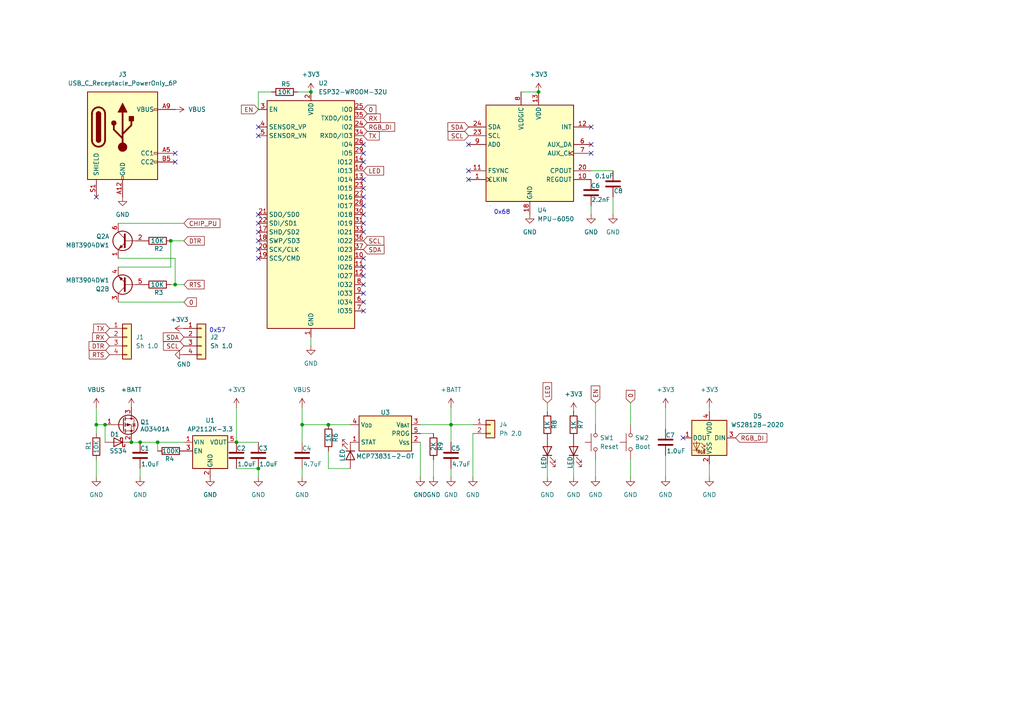
<source format=kicad_sch>
(kicad_sch (version 20231120) (generator "eeschema") (generator_version "8.0")
  (paper "A4")
  (lib_symbols
    (symbol "Battery_Management:MCP73831-5-OT"
      (property "Reference" "U4" (at 5.4962 -15.24 90))
      (property "Value" "MCP73831-5-OT" (at 2.9562 -15.24 90))
      (symbol "MCP73831-5-OT_0_1"
        (rectangle (start -7.62 5.08) (end 7.62 -5.08) (stroke (width 0.254)) (fill (type background)))
      )
      (symbol "MCP73831-5-OT_1_1"
        (pin tri_state line (at -10.16 -2.54 0) (length 2.54) (name "STAT") (number "1"))
        (pin power_in line (at 10.16 -2.54 180) (length 2.54) (name "V_{SS}") (number "2"))
        (pin power_out line (at 10.16 2.54 180) (length 2.54) (name "V_{BAT}") (number "3"))
        (pin power_in line (at -10.16 2.54 0) (length 2.54) (name "V_{DD}") (number "4"))
        (pin input line (at 10.16 0 180) (length 2.54) (name "PROG") (number "5"))
      )
    )
    (symbol "Connector:USB_C_Receptacle_PowerOnly_6P" (pin_names (offset 1.016))
      (property "Reference" "J" (at 0 16.51 0))
      (property "Value" "USB_C_Receptacle_PowerOnly_6P" (at 0 13.97 0))
      (symbol "USB_C_Receptacle_PowerOnly_6P_0_0"
        (rectangle (start -0.254 -12.7) (end 0.254 -11.684))
        (rectangle (start 10.16 -7.366) (end 9.144 -7.874))
        (rectangle (start 10.16 -4.826) (end 9.144 -5.334))
        (rectangle (start 10.16 7.874) (end 9.144 7.366))
      )
      (symbol "USB_C_Receptacle_PowerOnly_6P_0_1"
        (rectangle (start -10.16 12.7) (end 10.16 -12.7) (stroke (width 0.254)) (fill (type background)))
        (arc (start -8.89 -1.27) (mid -6.985 -3.1667) (end -5.08 -1.27) (stroke (width 0.508)))
        (arc (start -7.62 -1.27) (mid -6.985 -1.9023) (end -6.35 -1.27) (stroke (width 0.254)))
        (arc (start -7.62 -1.27) (mid -6.985 -1.9023) (end -6.35 -1.27) (stroke (width 0.254)) (fill (type outline)))
        (rectangle (start -7.62 -1.27) (end -6.35 6.35) (stroke (width 0.254)) (fill (type outline)))
        (arc (start -6.35 6.35) (mid -6.985 6.9823) (end -7.62 6.35) (stroke (width 0.254)))
        (arc (start -6.35 6.35) (mid -6.985 6.9823) (end -7.62 6.35) (stroke (width 0.254)) (fill (type outline)))
        (arc (start -5.08 6.35) (mid -6.985 8.2467) (end -8.89 6.35) (stroke (width 0.508)))
        (circle (center -2.54 3.683) (radius 0.635) (stroke (width 0.254)) (fill (type outline)))
        (circle (center 0 -3.302) (radius 1.27) (fill (type outline)))
        (polyline (pts (xy -8.89 -1.27) (xy -8.89 6.35)) (stroke (width 0.508)))
        (polyline (pts (xy -5.08 6.35) (xy -5.08 -1.27)) (stroke (width 0.508)))
        (polyline (pts (xy 0 -3.302) (xy 0 6.858)) (stroke (width 0.508)))
        (polyline (pts (xy 0 -0.762) (xy -2.54 1.778) (xy -2.54 3.048)) (stroke (width 0.508)))
        (polyline (pts (xy 0 0.508) (xy 2.54 3.048) (xy 2.54 4.318)) (stroke (width 0.508)))
        (polyline (pts (xy -1.27 6.858) (xy 0 9.398) (xy 1.27 6.858) (xy -1.27 6.858)) (stroke (width 0.254)) (fill (type outline)))
        (rectangle (start 1.905 4.318) (end 3.175 5.588) (stroke (width 0.254)) (fill (type outline)))
      )
      (symbol "USB_C_Receptacle_PowerOnly_6P_1_1"
        (pin passive line (at 0 -17.78 90) (length 5.08) (name "GND") (number "A12"))
        (pin bidirectional line (at 15.24 -5.08 180) (length 5.08) (name "CC1") (number "A5"))
        (pin passive line (at 15.24 7.62 180) (length 5.08) (name "VBUS") (number "A9"))
        (pin passive line (at 0 -17.78 90) (length 5.08) hide (name "GND") (number "B12"))
        (pin bidirectional line (at 15.24 -7.62 180) (length 5.08) (name "CC2") (number "B5"))
        (pin passive line (at 15.24 7.62 180) (length 5.08) hide (name "VBUS") (number "B9"))
        (pin passive line (at -7.62 -17.78 90) (length 5.08) (name "SHIELD") (number "S1"))
      )
    )
    (symbol "Connector_Generic:Conn_01x02" (pin_names (offset 1.016) hide)
      (property "Reference" "J" (at 0 2.54 0))
      (property "Value" "Conn_01x02" (at 0 -5.08 0))
      (symbol "Conn_01x02_1_1"
        (rectangle (start -1.27 -2.413) (end 0 -2.667) (stroke (width 0.1524)))
        (rectangle (start -1.27 0.127) (end 0 -0.127) (stroke (width 0.1524)))
        (rectangle (start -1.27 1.27) (end 1.27 -3.81) (stroke (width 0.254)) (fill (type background)))
        (pin passive line (at -5.08 0 0) (length 3.81) (name "Pin_1") (number "1"))
        (pin passive line (at -5.08 -2.54 0) (length 3.81) (name "Pin_2") (number "2"))
      )
    )
    (symbol "Connector_Generic:Conn_01x04" (pin_names (offset 1.016) hide)
      (property "Reference" "J" (at 0 5.08 0))
      (property "Value" "Conn_01x04" (at 0 -7.62 0))
      (symbol "Conn_01x04_1_1"
        (rectangle (start -1.27 -4.953) (end 0 -5.207) (stroke (width 0.1524)))
        (rectangle (start -1.27 -2.413) (end 0 -2.667) (stroke (width 0.1524)))
        (rectangle (start -1.27 0.127) (end 0 -0.127) (stroke (width 0.1524)))
        (rectangle (start -1.27 2.667) (end 0 2.413) (stroke (width 0.1524)))
        (rectangle (start -1.27 3.81) (end 1.27 -6.35) (stroke (width 0.254)) (fill (type background)))
        (pin passive line (at -5.08 2.54 0) (length 3.81) (name "Pin_1") (number "1"))
        (pin passive line (at -5.08 0 0) (length 3.81) (name "Pin_2") (number "2"))
        (pin passive line (at -5.08 -2.54 0) (length 3.81) (name "Pin_3") (number "3"))
        (pin passive line (at -5.08 -5.08 0) (length 3.81) (name "Pin_4") (number "4"))
      )
    )
    (symbol "Device:C" (pin_numbers hide) (pin_names (offset 0.254))
      (property "Reference" "C" (at 0.635 2.54 0))
      (property "Value" "C" (at 0.635 -2.54 0))
      (symbol "C_0_1"
        (polyline (pts (xy -2.032 -0.762) (xy 2.032 -0.762)) (stroke (width 0.508)))
        (polyline (pts (xy -2.032 0.762) (xy 2.032 0.762)) (stroke (width 0.508)))
      )
      (symbol "C_1_1"
        (pin passive line (at 0 3.81 270) (length 2.794) (name "~") (number "1"))
        (pin passive line (at 0 -3.81 90) (length 2.794) (name "~") (number "2"))
      )
    )
    (symbol "Device:LED" (pin_numbers hide) (pin_names (offset 1.016) hide)
      (property "Reference" "D" (at 0 2.54 0))
      (property "Value" "LED" (at 0 -2.54 0))
      (symbol "LED_0_1"
        (polyline (pts (xy -1.27 -1.27) (xy -1.27 1.27)) (stroke (width 0.254)))
        (polyline (pts (xy -1.27 0) (xy 1.27 0)))
        (polyline (pts (xy 1.27 -1.27) (xy 1.27 1.27) (xy -1.27 0) (xy 1.27 -1.27)) (stroke (width 0.254)))
        (polyline (pts (xy -3.048 -0.762) (xy -4.572 -2.286) (xy -3.81 -2.286) (xy -4.572 -2.286) (xy -4.572 -1.524)))
        (polyline (pts (xy -1.778 -0.762) (xy -3.302 -2.286) (xy -2.54 -2.286) (xy -3.302 -2.286) (xy -3.302 -1.524)))
      )
      (symbol "LED_1_1"
        (pin passive line (at -3.81 0 0) (length 2.54) (name "K") (number "1"))
        (pin passive line (at 3.81 0 180) (length 2.54) (name "A") (number "2"))
      )
    )
    (symbol "Device:R" (pin_numbers hide) (pin_names (offset 0))
      (property "Reference" "R" (at 2.032 0 90))
      (property "Value" "R" (at 0 0 90))
      (symbol "R_0_1"
        (rectangle (start -1.016 -2.54) (end 1.016 2.54) (stroke (width 0.254)))
      )
      (symbol "R_1_1"
        (pin passive line (at 0 3.81 270) (length 1.27) (name "~") (number "1"))
        (pin passive line (at 0 -3.81 90) (length 1.27) (name "~") (number "2"))
      )
    )
    (symbol "Diode:SS34" (pin_numbers hide) (pin_names (offset 1.016) hide)
      (property "Reference" "D" (at 0 2.54 0))
      (property "Value" "SS34" (at 0 -2.54 0))
      (symbol "SS34_0_1"
        (polyline (pts (xy 1.27 0) (xy -1.27 0)))
        (polyline (pts (xy 1.27 1.27) (xy 1.27 -1.27) (xy -1.27 0) (xy 1.27 1.27)) (stroke (width 0.254)))
        (polyline (pts (xy -1.905 0.635) (xy -1.905 1.27) (xy -1.27 1.27) (xy -1.27 -1.27) (xy -0.635 -1.27) (xy -0.635 -0.635)) (stroke (width 0.254)))
      )
      (symbol "SS34_1_1"
        (pin passive line (at -3.81 0 0) (length 2.54) (name "K") (number "1"))
        (pin passive line (at 3.81 0 180) (length 2.54) (name "A") (number "2"))
      )
    )
    (symbol "LED:WS2812B-2020" (pin_names (offset 0.254))
      (property "Reference" "D" (at 5.08 5.715 0))
      (property "Value" "WS2812B-2020" (at 1.27 -5.715 0))
      (symbol "WS2812B-2020_0_0"
        (text "RGB" (at 2.286 -4.191 0) (effects (font (size 0.762 0.762))))
      )
      (symbol "WS2812B-2020_0_1"
        (polyline (pts (xy 1.27 -3.556) (xy 1.778 -3.556)))
        (polyline (pts (xy 1.27 -2.54) (xy 1.778 -2.54)))
        (polyline (pts (xy 4.699 -3.556) (xy 2.667 -3.556)))
        (polyline (pts (xy 2.286 -2.54) (xy 1.27 -3.556) (xy 1.27 -3.048)))
        (polyline (pts (xy 2.286 -1.524) (xy 1.27 -2.54) (xy 1.27 -2.032)))
        (polyline (pts (xy 3.683 -1.016) (xy 3.683 -3.556) (xy 3.683 -4.064)))
        (polyline (pts (xy 4.699 -1.524) (xy 2.667 -1.524) (xy 3.683 -3.556) (xy 4.699 -1.524)))
        (rectangle (start 5.08 5.08) (end -5.08 -5.08) (stroke (width 0.254)) (fill (type background)))
      )
      (symbol "WS2812B-2020_1_1"
        (pin output line (at 7.62 0 180) (length 2.54) (name "DOUT") (number "1"))
        (pin power_in line (at 0 -7.62 90) (length 2.54) (name "VSS") (number "2"))
        (pin input line (at -7.62 0 0) (length 2.54) (name "DIN") (number "3"))
        (pin power_in line (at 0 7.62 270) (length 2.54) (name "VDD") (number "4"))
      )
    )
    (symbol "RF_Module:ESP32-WROOM-32U"
      (property "Reference" "U" (at -12.7 34.29 0))
      (property "Value" "ESP32-WROOM-32U" (at 1.27 34.29 0))
      (symbol "ESP32-WROOM-32U_0_1"
        (rectangle (start -12.7 33.02) (end 12.7 -33.02) (stroke (width 0.254)) (fill (type background)))
      )
      (symbol "ESP32-WROOM-32U_1_1"
        (pin power_in line (at 0 -35.56 90) (length 2.54) (name "GND") (number "1"))
        (pin bidirectional line (at 15.24 -12.7 180) (length 2.54) (name "IO25") (number "10"))
        (pin bidirectional line (at 15.24 -15.24 180) (length 2.54) (name "IO26") (number "11"))
        (pin bidirectional line (at 15.24 -17.78 180) (length 2.54) (name "IO27") (number "12"))
        (pin bidirectional line (at 15.24 10.16 180) (length 2.54) (name "IO14") (number "13"))
        (pin bidirectional line (at 15.24 15.24 180) (length 2.54) (name "IO12") (number "14"))
        (pin passive line (at 0 -35.56 90) (length 2.54) hide (name "GND") (number "15"))
        (pin bidirectional line (at 15.24 12.7 180) (length 2.54) (name "IO13") (number "16"))
        (pin bidirectional line (at -15.24 -5.08 0) (length 2.54) (name "SHD/SD2") (number "17"))
        (pin bidirectional line (at -15.24 -7.62 0) (length 2.54) (name "SWP/SD3") (number "18"))
        (pin bidirectional line (at -15.24 -12.7 0) (length 2.54) (name "SCS/CMD") (number "19"))
        (pin power_in line (at 0 35.56 270) (length 2.54) (name "VDD") (number "2"))
        (pin bidirectional line (at -15.24 -10.16 0) (length 2.54) (name "SCK/CLK") (number "20"))
        (pin bidirectional line (at -15.24 0 0) (length 2.54) (name "SDO/SD0") (number "21"))
        (pin bidirectional line (at -15.24 -2.54 0) (length 2.54) (name "SDI/SD1") (number "22"))
        (pin bidirectional line (at 15.24 7.62 180) (length 2.54) (name "IO15") (number "23"))
        (pin bidirectional line (at 15.24 25.4 180) (length 2.54) (name "IO2") (number "24"))
        (pin bidirectional line (at 15.24 30.48 180) (length 2.54) (name "IO0") (number "25"))
        (pin bidirectional line (at 15.24 20.32 180) (length 2.54) (name "IO4") (number "26"))
        (pin bidirectional line (at 15.24 5.08 180) (length 2.54) (name "IO16") (number "27"))
        (pin bidirectional line (at 15.24 2.54 180) (length 2.54) (name "IO17") (number "28"))
        (pin bidirectional line (at 15.24 17.78 180) (length 2.54) (name "IO5") (number "29"))
        (pin input line (at -15.24 30.48 0) (length 2.54) (name "EN") (number "3"))
        (pin bidirectional line (at 15.24 0 180) (length 2.54) (name "IO18") (number "30"))
        (pin bidirectional line (at 15.24 -2.54 180) (length 2.54) (name "IO19") (number "31"))
        (pin no_connect line (at -12.7 -27.94 0) (length 2.54) hide (name "NC") (number "32"))
        (pin bidirectional line (at 15.24 -5.08 180) (length 2.54) (name "IO21") (number "33"))
        (pin bidirectional line (at 15.24 22.86 180) (length 2.54) (name "RXD0/IO3") (number "34"))
        (pin bidirectional line (at 15.24 27.94 180) (length 2.54) (name "TXD0/IO1") (number "35"))
        (pin bidirectional line (at 15.24 -7.62 180) (length 2.54) (name "IO22") (number "36"))
        (pin bidirectional line (at 15.24 -10.16 180) (length 2.54) (name "IO23") (number "37"))
        (pin passive line (at 0 -35.56 90) (length 2.54) hide (name "GND") (number "38"))
        (pin passive line (at 0 -35.56 90) (length 2.54) hide (name "GND") (number "39"))
        (pin input line (at -15.24 25.4 0) (length 2.54) (name "SENSOR_VP") (number "4"))
        (pin input line (at -15.24 22.86 0) (length 2.54) (name "SENSOR_VN") (number "5"))
        (pin input line (at 15.24 -25.4 180) (length 2.54) (name "IO34") (number "6"))
        (pin input line (at 15.24 -27.94 180) (length 2.54) (name "IO35") (number "7"))
        (pin bidirectional line (at 15.24 -20.32 180) (length 2.54) (name "IO32") (number "8"))
        (pin bidirectional line (at 15.24 -22.86 180) (length 2.54) (name "IO33") (number "9"))
      )
    )
    (symbol "Regulator_Linear:AP2112K-3.3" (pin_names (offset 0.254))
      (property "Reference" "U" (at -5.08 5.715 0))
      (property "Value" "AP2112K-3.3" (at 0 5.715 0))
      (symbol "AP2112K-3.3_0_1"
        (rectangle (start -5.08 4.445) (end 5.08 -5.08) (stroke (width 0.254)) (fill (type background)))
      )
      (symbol "AP2112K-3.3_1_1"
        (pin power_in line (at -7.62 2.54 0) (length 2.54) (name "VIN") (number "1"))
        (pin power_in line (at 0 -7.62 90) (length 2.54) (name "GND") (number "2"))
        (pin input line (at -7.62 0 0) (length 2.54) (name "EN") (number "3"))
        (pin no_connect line (at 5.08 0 180) (length 2.54) hide (name "NC") (number "4"))
        (pin power_out line (at 7.62 2.54 180) (length 2.54) (name "VOUT") (number "5"))
      )
    )
    (symbol "Sensor_Motion:MPU-6050"
      (property "Reference" "U" (at -11.43 13.97 0))
      (property "Value" "MPU-6050" (at 7.62 -15.24 0))
      (symbol "MPU-6050_0_0"
        (text "" (at 12.7 -2.54 0) (effects (font (size 1.27 1.27))))
      )
      (symbol "MPU-6050_0_1"
        (rectangle (start -12.7 13.97) (end 12.7 -13.97) (stroke (width 0.254)) (fill (type background)))
      )
      (symbol "MPU-6050_1_1"
        (pin input clock (at -17.78 -7.62 0) (length 5.08) (name "CLKIN") (number "1"))
        (pin passive line (at 17.78 -7.62 180) (length 5.08) (name "REGOUT") (number "10"))
        (pin input line (at -17.78 -5.08 0) (length 5.08) (name "FSYNC") (number "11"))
        (pin output line (at 17.78 7.62 180) (length 5.08) (name "INT") (number "12"))
        (pin power_in line (at 2.54 17.78 270) (length 3.81) (name "VDD") (number "13"))
        (pin no_connect line (at -12.7 -10.16 0) (length 2.54) hide (name "NC") (number "14"))
        (pin no_connect line (at 12.7 12.7 180) (length 2.54) hide (name "NC") (number "15"))
        (pin no_connect line (at 12.7 10.16 180) (length 2.54) hide (name "NC") (number "16"))
        (pin no_connect line (at 12.7 5.08 180) (length 2.54) hide (name "NC") (number "17"))
        (pin power_in line (at 0 -17.78 90) (length 3.81) (name "GND") (number "18"))
        (pin no_connect line (at 12.7 -10.16 180) (length 2.54) hide (name "RESV") (number "19"))
        (pin no_connect line (at -12.7 12.7 0) (length 2.54) hide (name "NC") (number "2"))
        (pin passive line (at 17.78 -5.08 180) (length 5.08) (name "CPOUT") (number "20"))
        (pin no_connect line (at 12.7 -2.54 180) (length 2.54) hide (name "RESV") (number "21"))
        (pin no_connect line (at 12.7 -12.7 180) (length 2.54) hide (name "RESV") (number "22"))
        (pin input line (at -17.78 5.08 0) (length 5.08) (name "SCL") (number "23"))
        (pin bidirectional line (at -17.78 7.62 0) (length 5.08) (name "SDA") (number "24"))
        (pin no_connect line (at -12.7 10.16 0) (length 2.54) hide (name "NC") (number "3"))
        (pin no_connect line (at -12.7 0 0) (length 2.54) hide (name "NC") (number "4"))
        (pin no_connect line (at -12.7 -2.54 0) (length 2.54) hide (name "NC") (number "5"))
        (pin bidirectional line (at 17.78 2.54 180) (length 5.08) (name "AUX_DA") (number "6"))
        (pin output clock (at 17.78 0 180) (length 5.08) (name "AUX_CL") (number "7"))
        (pin power_in line (at -2.54 17.78 270) (length 3.81) (name "VLOGIC") (number "8"))
        (pin input line (at -17.78 2.54 0) (length 5.08) (name "AD0") (number "9"))
      )
    )
    (symbol "Switch:SW_Push" (pin_numbers hide) (pin_names (offset 1.016) hide)
      (property "Reference" "SW" (at 1.27 2.54 0))
      (property "Value" "SW_Push" (at 0 -1.524 0))
      (symbol "SW_Push_0_1"
        (circle (center -2.032 0) (radius 0.508))
        (polyline (pts (xy 0 1.27) (xy 0 3.048)))
        (polyline (pts (xy 2.54 1.27) (xy -2.54 1.27)))
        (circle (center 2.032 0) (radius 0.508))
        (pin passive line (at -5.08 0 0) (length 2.54) (name "1") (number "1"))
        (pin passive line (at 5.08 0 180) (length 2.54) (name "2") (number "2"))
      )
    )
    (symbol "Transistor_BJT:MBT3904DW1" (pin_names (offset 0) hide)
      (property "Reference" "Q" (at 5.08 1.27 0))
      (property "Value" "MBT3904DW1" (at 5.08 -1.27 0))
      (symbol "MBT3904DW1_0_1"
        (polyline (pts (xy 0.635 0) (xy -2.54 0)))
        (polyline (pts (xy 0.635 0.635) (xy 2.54 2.54)))
        (polyline (pts (xy 0.635 -0.635) (xy 2.54 -2.54) (xy 2.54 -2.54)))
        (polyline (pts (xy 0.635 1.905) (xy 0.635 -1.905) (xy 0.635 -1.905)) (stroke (width 0.508)))
        (polyline (pts (xy 1.27 -1.778) (xy 1.778 -1.27) (xy 2.286 -2.286) (xy 1.27 -1.778) (xy 1.27 -1.778)) (fill (type outline)))
        (circle (center 1.27 0) (radius 2.8194) (stroke (width 0.254)))
      )
      (symbol "MBT3904DW1_1_1"
        (pin passive line (at 2.54 -5.08 90) (length 2.54) (name "E1") (number "1"))
        (pin input line (at -5.08 0 0) (length 2.54) (name "B1") (number "2"))
        (pin passive line (at 2.54 5.08 270) (length 2.54) (name "C1") (number "6"))
      )
      (symbol "MBT3904DW1_2_1"
        (pin passive line (at 2.54 5.08 270) (length 2.54) (name "C2") (number "3"))
        (pin passive line (at 2.54 -5.08 90) (length 2.54) (name "E2") (number "4"))
        (pin input line (at -5.08 0 0) (length 2.54) (name "B2") (number "5"))
      )
    )
    (symbol "Transistor_FET:AO3401A" (pin_names hide)
      (property "Reference" "Q" (at 5.08 1.905 0))
      (property "Value" "AO3401A" (at 5.08 0 0))
      (symbol "AO3401A_0_1"
        (polyline (pts (xy 0.254 0) (xy -2.54 0)))
        (polyline (pts (xy 0.254 1.905) (xy 0.254 -1.905)) (stroke (width 0.254)))
        (polyline (pts (xy 0.762 -1.27) (xy 0.762 -2.286)) (stroke (width 0.254)))
        (polyline (pts (xy 0.762 0.508) (xy 0.762 -0.508)) (stroke (width 0.254)))
        (polyline (pts (xy 0.762 2.286) (xy 0.762 1.27)) (stroke (width 0.254)))
        (polyline (pts (xy 2.54 2.54) (xy 2.54 1.778)))
        (polyline (pts (xy 2.54 -2.54) (xy 2.54 0) (xy 0.762 0)))
        (polyline (pts (xy 0.762 1.778) (xy 3.302 1.778) (xy 3.302 -1.778) (xy 0.762 -1.778)))
        (polyline (pts (xy 2.286 0) (xy 1.27 0.381) (xy 1.27 -0.381) (xy 2.286 0)) (fill (type outline)))
        (polyline (pts (xy 2.794 -0.508) (xy 2.921 -0.381) (xy 3.683 -0.381) (xy 3.81 -0.254)))
        (polyline (pts (xy 3.302 -0.381) (xy 2.921 0.254) (xy 3.683 0.254) (xy 3.302 -0.381)))
        (circle (center 1.651 0) (radius 2.794) (stroke (width 0.254)))
        (circle (center 2.54 -1.778) (radius 0.254) (fill (type outline)))
        (circle (center 2.54 1.778) (radius 0.254) (fill (type outline)))
      )
      (symbol "AO3401A_1_1"
        (pin input line (at -5.08 0 0) (length 2.54) (name "G") (number "1"))
        (pin passive line (at 2.54 -5.08 90) (length 2.54) (name "S") (number "2"))
        (pin passive line (at 2.54 5.08 270) (length 2.54) (name "D") (number "3"))
      )
    )
    (symbol "power:+3V3" (power) (pin_numbers hide) (pin_names (offset 0) hide)
      (property "Value" "+3V3" (at 0 3.556 0))
      (symbol "+3V3_0_1"
        (polyline (pts (xy -0.762 1.27) (xy 0 2.54)))
        (polyline (pts (xy 0 0) (xy 0 2.54)))
        (polyline (pts (xy 0 2.54) (xy 0.762 1.27)))
      )
      (symbol "+3V3_1_1"
        (pin power_in line (at 0 0 90) (length 0) (name "~") (number "1"))
      )
    )
    (symbol "power:+BATT" (power) (pin_numbers hide) (pin_names (offset 0) hide)
      (property "Value" "+BATT" (at 0 3.556 0))
      (symbol "+BATT_0_1"
        (polyline (pts (xy -0.762 1.27) (xy 0 2.54)))
        (polyline (pts (xy 0 0) (xy 0 2.54)))
        (polyline (pts (xy 0 2.54) (xy 0.762 1.27)))
      )
      (symbol "+BATT_1_1"
        (pin power_in line (at 0 0 90) (length 0) (name "~") (number "1"))
      )
    )
    (symbol "power:GND" (power) (pin_numbers hide) (pin_names (offset 0) hide)
      (property "Value" "GND" (at 0 -3.81 0))
      (symbol "GND_0_1"
        (polyline (pts (xy 0 0) (xy 0 -1.27) (xy 1.27 -1.27) (xy 0 -2.54) (xy -1.27 -1.27) (xy 0 -1.27)))
      )
      (symbol "GND_1_1"
        (pin power_in line (at 0 0 270) (length 0) (name "~") (number "1"))
      )
    )
    (symbol "power:VBUS" (power) (pin_numbers hide) (pin_names (offset 0) hide)
      (property "Value" "VBUS" (at 0 3.556 0))
      (symbol "VBUS_0_1"
        (polyline (pts (xy -0.762 1.27) (xy 0 2.54)))
        (polyline (pts (xy 0 0) (xy 0 2.54)))
        (polyline (pts (xy 0 2.54) (xy 0.762 1.27)))
      )
      (symbol "VBUS_1_1"
        (pin power_in line (at 0 0 90) (length 0) (name "~") (number "1"))
      )
    )
  )
  (junction (at 49.53 69.85))
  (junction (at 90.17 26.67))
  (junction (at 74.93 135.89))
  (junction (at 87.63 123.19))
  (junction (at 95.25 123.19))
  (junction (at 50.8 82.55))
  (junction (at 40.64 128.27))
  (junction (at 38.1 128.27))
  (junction (at 156.21 26.67))
  (junction (at 45.72 128.27))
  (junction (at 130.81 123.19))
  (junction (at 68.58 128.27))
  (junction (at 27.94 123.19))
  (junction (at 30.48 123.19))
  (no_connect (at 74.93 74.93))
  (no_connect (at 105.41 67.31))
  (no_connect (at 135.89 49.53))
  (no_connect (at 74.93 62.23))
  (no_connect (at 105.41 62.23))
  (no_connect (at 171.45 36.83))
  (no_connect (at 105.41 87.63))
  (no_connect (at 171.45 41.91))
  (no_connect (at 50.8 46.99))
  (no_connect (at 105.41 90.17))
  (no_connect (at 105.41 77.47))
  (no_connect (at 50.8 44.45))
  (no_connect (at 135.89 41.91))
  (no_connect (at 105.41 44.45))
  (no_connect (at 105.41 82.55))
  (no_connect (at 74.93 72.39))
  (no_connect (at 27.94 57.15))
  (no_connect (at 74.93 67.31))
  (no_connect (at 198.12 127))
  (no_connect (at 74.93 36.83))
  (no_connect (at 105.41 64.77))
  (no_connect (at 105.41 74.93))
  (no_connect (at 105.41 59.69))
  (no_connect (at 105.41 41.91))
  (no_connect (at 105.41 80.01))
  (no_connect (at 105.41 57.15))
  (no_connect (at 74.93 39.37))
  (no_connect (at 74.93 69.85))
  (no_connect (at 105.41 46.99))
  (no_connect (at 105.41 85.09))
  (no_connect (at 105.41 54.61))
  (no_connect (at 74.93 64.77))
  (no_connect (at 135.89 52.07))
  (no_connect (at 171.45 44.45))
  (no_connect (at 105.41 52.07))
  (wire (pts (xy 27.94 118.11) (xy 27.94 123.19)))
  (wire (pts (xy 137.16 138.43) (xy 137.16 125.73)))
  (wire (pts (xy 30.48 123.19) (xy 30.48 128.27)))
  (wire (pts (xy 182.88 138.43) (xy 182.88 133.35)))
  (wire (pts (xy 95.25 130.81) (xy 95.25 135.89)))
  (wire (pts (xy 121.92 123.19) (xy 130.81 123.19)))
  (wire (pts (xy 50.8 82.55) (xy 49.53 82.55)))
  (wire (pts (xy 158.75 134.62) (xy 158.75 138.43)))
  (wire (pts (xy 50.8 74.93) (xy 34.29 74.93)))
  (wire (pts (xy 205.74 118.11) (xy 205.74 119.38)))
  (wire (pts (xy 74.93 26.67) (xy 74.93 31.75)))
  (wire (pts (xy 193.04 132.08) (xy 193.04 138.43)))
  (wire (pts (xy 182.88 116.84) (xy 182.88 123.19)))
  (wire (pts (xy 50.8 82.55) (xy 53.34 82.55)))
  (wire (pts (xy 27.94 125.73) (xy 27.94 123.19)))
  (wire (pts (xy 27.94 138.43) (xy 27.94 133.35)))
  (wire (pts (xy 158.75 116.84) (xy 158.75 119.38)))
  (wire (pts (xy 87.63 123.19) (xy 87.63 118.11)))
  (wire (pts (xy 172.72 138.43) (xy 172.72 133.35)))
  (wire (pts (xy 130.81 128.27) (xy 130.81 123.19)))
  (wire (pts (xy 68.58 135.89) (xy 74.93 135.89)))
  (wire (pts (xy 172.72 123.19) (xy 172.72 116.84)))
  (wire (pts (xy 45.72 128.27) (xy 45.72 130.81)))
  (wire (pts (xy 87.63 128.27) (xy 87.63 123.19)))
  (wire (pts (xy 49.53 69.85) (xy 49.53 77.47)))
  (wire (pts (xy 121.92 138.43) (xy 121.92 128.27)))
  (wire (pts (xy 87.63 138.43) (xy 87.63 135.89)))
  (wire (pts (xy 151.13 26.67) (xy 156.21 26.67)))
  (wire (pts (xy 205.74 134.62) (xy 205.74 138.43)))
  (wire (pts (xy 49.53 77.47) (xy 34.29 77.47)))
  (wire (pts (xy 53.34 87.63) (xy 34.29 87.63)))
  (wire (pts (xy 38.1 128.27) (xy 40.64 128.27)))
  (wire (pts (xy 193.04 118.11) (xy 193.04 124.46)))
  (wire (pts (xy 68.58 118.11) (xy 68.58 128.27)))
  (wire (pts (xy 68.58 128.27) (xy 74.93 128.27)))
  (wire (pts (xy 78.74 26.67) (xy 74.93 26.67)))
  (wire (pts (xy 74.93 138.43) (xy 74.93 135.89)))
  (wire (pts (xy 27.94 123.19) (xy 30.48 123.19)))
  (wire (pts (xy 40.64 138.43) (xy 40.64 135.89)))
  (wire (pts (xy 86.36 26.67) (xy 90.17 26.67)))
  (wire (pts (xy 95.25 123.19) (xy 101.6 123.19)))
  (wire (pts (xy 177.8 49.53) (xy 171.45 49.53)))
  (wire (pts (xy 166.37 138.43) (xy 166.37 134.62)))
  (wire (pts (xy 49.53 69.85) (xy 53.34 69.85)))
  (wire (pts (xy 177.8 62.23) (xy 177.8 57.15)))
  (wire (pts (xy 130.81 123.19) (xy 137.16 123.19)))
  (wire (pts (xy 87.63 123.19) (xy 95.25 123.19)))
  (wire (pts (xy 130.81 138.43) (xy 130.81 135.89)))
  (wire (pts (xy 50.8 82.55) (xy 50.8 74.93)))
  (wire (pts (xy 125.73 138.43) (xy 125.73 133.35)))
  (wire (pts (xy 130.81 118.11) (xy 130.81 123.19)))
  (wire (pts (xy 53.34 64.77) (xy 34.29 64.77)))
  (wire (pts (xy 45.72 128.27) (xy 53.34 128.27)))
  (wire (pts (xy 121.92 125.73) (xy 125.73 125.73)))
  (wire (pts (xy 45.72 128.27) (xy 40.64 128.27)))
  (wire (pts (xy 171.45 62.23) (xy 171.45 59.69)))
  (wire (pts (xy 95.25 135.89) (xy 101.6 135.89)))
  (wire (pts (xy 90.17 100.33) (xy 90.17 97.79)))
  (text_box "0x57" (at 59.69 93.98 0) (size 0 0) (effects (font (size 1.27 1.27)) (justify left top)))
  (text_box "0x68" (at 142.24 59.69 0) (size 0 0) (effects (font (size 1.27 1.27)) (justify left top)))
  (global_label "0" (shape input) (at 105.41 31.75 0) (property "Intersheetrefs" "${INTERSHEET_REFS}" (effects (hide yes))))
  (global_label "RTS" (shape input) (at 31.75 102.87 180) (property "Intersheetrefs" "${INTERSHEET_REFS}" (effects (hide yes))))
  (global_label "LED" (shape input) (at 158.75 116.84 90) (property "Intersheetrefs" "${INTERSHEET_REFS}" (effects (hide yes))))
  (global_label "SDA" (shape input) (at 53.34 97.79 180) (property "Intersheetrefs" "${INTERSHEET_REFS}" (effects (hide yes))))
  (global_label "DTR" (shape input) (at 31.75 100.33 180) (property "Intersheetrefs" "${INTERSHEET_REFS}" (effects (hide yes))))
  (global_label "EN" (shape input) (at 74.93 31.75 180) (property "Intersheetrefs" "${INTERSHEET_REFS}" (effects (hide yes))))
  (global_label "RTS" (shape input) (at 53.34 82.55 0) (property "Intersheetrefs" "${INTERSHEET_REFS}" (effects (hide yes))))
  (global_label "SCL" (shape input) (at 135.89 39.37 180) (property "Intersheetrefs" "${INTERSHEET_REFS}" (effects (hide yes))))
  (global_label "SCL" (shape input) (at 105.41 69.85 0) (property "Intersheetrefs" "${INTERSHEET_REFS}" (effects (hide yes))))
  (global_label "CHIP_PU" (shape input) (at 53.34 64.77 0) (property "Intersheetrefs" "${INTERSHEET_REFS}" (effects (hide yes))))
  (global_label "SDA" (shape input) (at 135.89 36.83 180) (property "Intersheetrefs" "${INTERSHEET_REFS}" (effects (hide yes))))
  (global_label "0" (shape input) (at 182.88 116.84 90) (property "Intersheetrefs" "${INTERSHEET_REFS}" (effects (hide yes))))
  (global_label "DTR" (shape input) (at 53.34 69.85 0) (property "Intersheetrefs" "${INTERSHEET_REFS}" (effects (hide yes))))
  (global_label "LED" (shape input) (at 105.41 49.53 0) (property "Intersheetrefs" "${INTERSHEET_REFS}" (effects (hide yes))))
  (global_label "TX" (shape input) (at 31.75 95.25 180) (property "Intersheetrefs" "${INTERSHEET_REFS}" (effects (hide yes))))
  (global_label "RX" (shape input) (at 105.41 34.29 0) (property "Intersheetrefs" "${INTERSHEET_REFS}" (effects (hide yes))))
  (global_label "0" (shape input) (at 53.34 87.63 0) (property "Intersheetrefs" "${INTERSHEET_REFS}" (effects (hide yes))))
  (global_label "RGB_DI" (shape input) (at 213.36 127 0) (property "Intersheetrefs" "${INTERSHEET_REFS}" (effects (hide yes))))
  (global_label "RX" (shape input) (at 31.75 97.79 180) (property "Intersheetrefs" "${INTERSHEET_REFS}" (effects (hide yes))))
  (global_label "SCL" (shape input) (at 53.34 100.33 180) (property "Intersheetrefs" "${INTERSHEET_REFS}" (effects (hide yes))))
  (global_label "EN" (shape input) (at 172.72 116.84 90) (property "Intersheetrefs" "${INTERSHEET_REFS}" (effects (hide yes))))
  (global_label "TX" (shape input) (at 105.41 39.37 0) (property "Intersheetrefs" "${INTERSHEET_REFS}" (effects (hide yes))))
  (global_label "SDA" (shape input) (at 105.41 72.39 0) (property "Intersheetrefs" "${INTERSHEET_REFS}" (effects (hide yes))))
  (global_label "RGB_DI" (shape input) (at 105.41 36.83 0) (property "Intersheetrefs" "${INTERSHEET_REFS}" (effects (hide yes))))
  (symbol (lib_id "Switch:SW_Push") (at 172.72 128.27 90) (unit 1)
    (property "Reference" "SW1" (at 173.99 126.9999 90) (effects (justify right)))
    (property "Value" "Reset" (at 173.99 129.5399 90) (effects (justify right)))
    (property "Description" "Push button switch, generic, two pins" (effects (hide yes)))
  )
  (symbol (lib_id "power:VBUS") (at 50.8 31.75 270) (unit 1)
    (property "Reference" "#PWR06" (effects (hide yes)))
    (property "Value" "VBUS" (at 54.61 31.7499 90) (effects (justify left)))
    (property "Description" "Power symbol creates a global label with name \"VBUS\"" (effects (hide yes)))
  )
  (symbol (lib_id "Sensor_Motion:MPU-6050") (at 153.67 44.45 0) (unit 1)
    (property "Reference" "U4" (at 155.8641 60.96 0) (effects (justify left)))
    (property "Value" "MPU-6050" (at 155.8641 63.5 0) (effects (justify left)))
    (property "Footprint" "Sensor_Motion:InvenSense_QFN-24_4x4mm_P0.5mm_NoMask" (effects (hide yes)))
    (property "Datasheet" "https://invensense.tdk.com/wp-content/uploads/2015/02/MPU-6000-Datasheet1.pdf" (effects (hide yes)))
    (property "Description" "InvenSense 6-Axis Motion Sensor, Gyroscope, Accelerometer, I2C" (effects (hide yes)))
  )
  (symbol (lib_id "power:VBUS") (at 87.63 118.11 0) (unit 1)
    (property "Reference" "#PWR012" (effects (hide yes)))
    (property "Value" "VBUS" (at 87.63 113.03 0))
    (property "Description" "Power symbol creates a global label with name \"VBUS\"" (effects (hide yes)))
  )
  (symbol (lib_id "Device:R") (at 125.73 129.54 0) (unit 1)
    (property "Reference" "R9" (at 127.762 130.81 90) (effects (justify left)))
    (property "Value" "2K" (at 125.73 130.81 90) (effects (justify left)))
    (property "Footprint" "Resistor_SMD:R_0402_1005Metric" (effects (hide yes)))
    (property "Description" "Resistor" (effects (hide yes)))
  )
  (symbol (lib_id "power:GND") (at 166.37 138.43 0) (unit 1)
    (property "Reference" "#PWR018" (effects (hide yes)))
    (property "Value" "GND" (at 166.37 143.51 0))
    (property "Description" "Power symbol creates a global label with name \"GND\" , ground" (effects (hide yes)))
  )
  (symbol (lib_id "Connector_Generic:Conn_01x02") (at 142.24 123.19 0) (unit 1)
    (property "Reference" "J4" (at 144.78 123.1899 0) (effects (justify left)))
    (property "Value" "Ph 2.0" (at 144.78 125.7299 0) (effects (justify left)))
    (property "Footprint" "Connector_JST:JST_PH_S2B-PH-SM4-TB_1x02-1MP_P2.00mm_Horizontal" (effects (hide yes)))
    (property "Description" "Generic connector, single row, 01x02, script generated (kicad-library-utils/schlib/autogen/connector/)" (effects (hide yes)))
  )
  (symbol (lib_id "power:GND") (at 130.81 138.43 0) (unit 1)
    (property "Reference" "#PWR022" (effects (hide yes)))
    (property "Value" "GND" (at 130.81 143.51 0))
    (property "Description" "Power symbol creates a global label with name \"GND\" , ground" (effects (hide yes)))
  )
  (symbol (lib_id "power:GND") (at 74.93 138.43 0) (unit 1)
    (property "Reference" "#PWR011" (effects (hide yes)))
    (property "Value" "GND" (at 74.93 143.51 0))
    (property "Description" "Power symbol creates a global label with name \"GND\" , ground" (effects (hide yes)))
  )
  (symbol (lib_id "Device:C") (at 130.81 132.08 0) (unit 1)
    (property "Reference" "C5" (at 130.81 130.048 0) (effects (justify left)))
    (property "Value" "4.7uF" (at 131.064 134.62 0) (effects (justify left)))
    (property "Footprint" "Capacitor_SMD:C_0402_1005Metric" (effects (hide yes)))
    (property "Description" "Unpolarized capacitor" (effects (hide yes)))
  )
  (symbol (lib_id "Connector_Generic:Conn_01x04") (at 58.42 97.79 0) (unit 1)
    (property "Reference" "J2" (at 60.96 97.7899 0) (effects (justify left)))
    (property "Value" "Sh 1.0" (at 60.96 100.3299 0) (effects (justify left)))
    (property "Footprint" "Connector_JST:JST_SH_BM04B-SRSS-TB_1x04-1MP_P1.00mm_Vertical" (effects (hide yes)))
    (property "Description" "Generic connector, single row, 01x04, script generated (kicad-library-utils/schlib/autogen/connector/)" (effects (hide yes)))
  )
  (symbol (lib_id "Transistor_BJT:MBT3904DW1") (at 36.83 69.85 0) (mirror y) (unit 1)
    (property "Reference" "Q2" (at 31.75 68.5799 0) (effects (justify left)))
    (property "Value" "MBT3904DW1" (at 31.75 71.1199 0) (effects (justify left)))
    (property "Footprint" "Package_TO_SOT_SMD:SOT-363_SC-70-6" (effects (hide yes)))
    (property "Datasheet" "http://www.onsemi.com/pub_link/Collateral/MBT3904DW1T1-D.PDF" (effects (hide yes)))
    (property "Description" "200mA IC, 40V Vce, Dual NPN/NPN Transistors, SOT-363" (effects (hide yes)))
  )
  (symbol (lib_id "Device:C") (at 40.64 132.08 0) (unit 1)
    (property "Reference" "C1" (at 40.64 130.048 0) (effects (justify left)))
    (property "Value" "1.0uF" (at 40.894 134.62 0) (effects (justify left)))
    (property "Footprint" "Capacitor_SMD:C_0201_0603Metric" (effects (hide yes)))
    (property "Description" "Unpolarized capacitor" (effects (hide yes)))
  )
  (symbol (lib_id "Device:R") (at 45.72 82.55 270) (mirror x) (unit 1)
    (property "Reference" "R3" (at 44.704 84.836 90) (effects (justify left)))
    (property "Value" "10K" (at 43.688 82.55 90) (effects (justify left)))
    (property "Footprint" "Resistor_SMD:R_0201_0603Metric" (effects (hide yes)))
    (property "Description" "Resistor" (effects (hide yes)))
  )
  (symbol (lib_id "Device:R") (at 49.53 130.81 90) (unit 1)
    (property "Reference" "R4" (at 50.546 133.096 90) (effects (justify left)))
    (property "Value" "100K" (at 52.07 130.81 90) (effects (justify left)))
    (property "Footprint" "Resistor_SMD:R_0201_0603Metric" (effects (hide yes)))
    (property "Description" "Resistor" (effects (hide yes)))
  )
  (symbol (lib_id "power:GND") (at 158.75 138.43 0) (unit 1)
    (property "Reference" "#PWR019" (effects (hide yes)))
    (property "Value" "GND" (at 158.75 143.51 0))
    (property "Description" "Power symbol creates a global label with name \"GND\" , ground" (effects (hide yes)))
  )
  (symbol (lib_id "power:GND") (at 193.04 138.43 0) (unit 1)
    (property "Reference" "#PWR033" (effects (hide yes)))
    (property "Value" "GND" (at 193.04 143.51 0))
    (property "Description" "Power symbol creates a global label with name \"GND\" , ground" (effects (hide yes)))
  )
  (symbol (lib_id "Device:R") (at 166.37 123.19 0) (unit 1)
    (property "Reference" "R7" (at 168.402 124.46 90) (effects (justify left)))
    (property "Value" "1K" (at 166.37 124.714 90) (effects (justify left)))
    (property "Footprint" "Resistor_SMD:R_0201_0603Metric" (effects (hide yes)))
    (property "Description" "Resistor" (effects (hide yes)))
  )
  (symbol (lib_id "power:+3V3") (at 193.04 118.11 0) (mirror y) (unit 1)
    (property "Reference" "#PWR032" (effects (hide yes)))
    (property "Value" "+3V3" (at 193.04 113.03 0))
    (property "Description" "Power symbol creates a global label with name \"+3V3\"" (effects (hide yes)))
  )
  (symbol (lib_id "Device:C") (at 68.58 132.08 0) (unit 1)
    (property "Reference" "C2" (at 68.58 130.048 0) (effects (justify left)))
    (property "Value" "1.0uF" (at 68.834 134.62 0) (effects (justify left)))
    (property "Footprint" "Capacitor_SMD:C_0201_0603Metric" (effects (hide yes)))
    (property "Description" "Unpolarized capacitor" (effects (hide yes)))
  )
  (symbol (lib_id "Device:C") (at 171.45 55.88 180) (unit 1)
    (property "Reference" "C6" (at 172.72 53.848 0))
    (property "Value" "2.2nF" (at 174.244 57.912 0))
    (property "Footprint" "Capacitor_SMD:C_0603_1608Metric" (effects (hide yes)))
    (property "Description" "Unpolarized capacitor" (effects (hide yes)))
  )
  (symbol (lib_id "Switch:SW_Push") (at 182.88 128.27 90) (unit 1)
    (property "Reference" "SW2" (at 184.15 126.9999 90) (effects (justify right)))
    (property "Value" "Boot" (at 184.15 129.5399 90) (effects (justify right)))
    (property "Description" "Push button switch, generic, two pins" (effects (hide yes)))
  )
  (symbol (lib_id "power:GND") (at 40.64 138.43 0) (unit 1)
    (property "Reference" "#PWR05" (effects (hide yes)))
    (property "Value" "GND" (at 40.64 143.51 0))
    (property "Description" "Power symbol creates a global label with name \"GND\" , ground" (effects (hide yes)))
  )
  (symbol (lib_id "power:GND") (at 90.17 100.33 0) (unit 1)
    (property "Reference" "#PWR015" (effects (hide yes)))
    (property "Value" "GND" (at 90.17 105.41 0))
    (property "Description" "Power symbol creates a global label with name \"GND\" , ground" (effects (hide yes)))
  )
  (symbol (lib_id "Diode:SS34") (at 34.29 128.27 180) (unit 1)
    (property "Reference" "D1" (at 33.274 125.984 0))
    (property "Value" "SS34" (at 34.29 130.81 0))
    (property "Footprint" "Diode_SMD:D_SMA" (effects (hide yes)))
    (property "Datasheet" "https://www.vishay.com/docs/88751/ss32.pdf" (effects (hide yes)))
    (property "Description" "40V 3A Schottky Diode, SMA" (effects (hide yes)))
  )
  (symbol (lib_id "power:+3V3") (at 156.21 26.67 0) (unit 1)
    (property "Reference" "#PWR028" (effects (hide yes)))
    (property "Value" "+3V3" (at 156.21 21.59 0))
    (property "Description" "Power symbol creates a global label with name \"+3V3\"" (effects (hide yes)))
  )
  (symbol (lib_id "Connector:USB_C_Receptacle_PowerOnly_6P") (at 35.56 39.37 0) (unit 1)
    (property "Reference" "J3" (at 35.56 21.59 0))
    (property "Value" "USB_C_Receptacle_PowerOnly_6P" (at 35.56 24.13 0))
    (property "Footprint" "Connector_USB:USB_C_Receptacle_GCT_USB4135-GF-A_6P_TopMnt_Horizontal" (effects (hide yes)))
    (property "Datasheet" "https://www.usb.org/sites/default/files/documents/usb_type-c.zip" (effects (hide yes)))
    (property "Description" "USB Power-Only 6P Type-C Receptacle connector" (effects (hide yes)))
  )
  (symbol (lib_id "power:GND") (at 121.92 138.43 0) (unit 1)
    (property "Reference" "#PWR016" (effects (hide yes)))
    (property "Value" "GND" (at 121.92 143.51 0))
    (property "Description" "Power symbol creates a global label with name \"GND\" , ground" (effects (hide yes)))
  )
  (symbol (lib_id "Device:R") (at 82.55 26.67 270) (unit 1)
    (property "Reference" "R5" (at 81.534 24.384 90) (effects (justify left)))
    (property "Value" "10K" (at 80.518 26.67 90) (effects (justify left)))
    (property "Footprint" "Resistor_SMD:R_0201_0603Metric" (effects (hide yes)))
    (property "Description" "Resistor" (effects (hide yes)))
  )
  (symbol (lib_id "power:GND") (at 27.94 138.43 0) (unit 1)
    (property "Reference" "#PWR02" (effects (hide yes)))
    (property "Value" "GND" (at 27.94 143.51 0))
    (property "Description" "Power symbol creates a global label with name \"GND\" , ground" (effects (hide yes)))
  )
  (symbol (lib_id "power:GND") (at 171.45 62.23 0) (unit 1)
    (property "Reference" "#PWR031" (effects (hide yes)))
    (property "Value" "GND" (at 171.45 67.31 0))
    (property "Description" "Power symbol creates a global label with name \"GND\" , ground" (effects (hide yes)))
  )
  (symbol (lib_id "power:GND") (at 87.63 138.43 0) (unit 1)
    (property "Reference" "#PWR013" (effects (hide yes)))
    (property "Value" "GND" (at 87.63 143.51 0))
    (property "Description" "Power symbol creates a global label with name \"GND\" , ground" (effects (hide yes)))
  )
  (symbol (lib_id "Device:LED") (at 101.6 132.08 270) (unit 1)
    (property "Reference" "D2" (effects (hide yes)))
    (property "Value" "LED" (at 99.314 133.858 0) (effects (justify right)))
    (property "Footprint" "LED_SMD:LED_0402_1005Metric" (effects (hide yes)))
    (property "Description" "Light emitting diode" (effects (hide yes)))
  )
  (symbol (lib_id "power:GND") (at 172.72 138.43 0) (unit 1)
    (property "Reference" "#PWR024" (effects (hide yes)))
    (property "Value" "GND" (at 172.72 143.51 0))
    (property "Description" "Power symbol creates a global label with name \"GND\" , ground" (effects (hide yes)))
  )
  (symbol (lib_id "Device:R") (at 158.75 123.19 0) (unit 1)
    (property "Reference" "R8" (at 160.782 124.46 90) (effects (justify left)))
    (property "Value" "1K" (at 158.75 124.714 90) (effects (justify left)))
    (property "Footprint" "Resistor_SMD:R_0201_0603Metric" (effects (hide yes)))
    (property "Description" "Resistor" (effects (hide yes)))
  )
  (symbol (lib_id "Device:C") (at 74.93 132.08 0) (unit 1)
    (property "Reference" "C3" (at 74.93 130.048 0) (effects (justify left)))
    (property "Value" "1.0uF" (at 75.184 134.62 0) (effects (justify left)))
    (property "Footprint" "Capacitor_SMD:C_0201_0603Metric" (effects (hide yes)))
    (property "Description" "Unpolarized capacitor" (effects (hide yes)))
  )
  (symbol (lib_id "power:+3V3") (at 68.58 118.11 0) (mirror y) (unit 1)
    (property "Reference" "#PWR010" (effects (hide yes)))
    (property "Value" "+3V3" (at 68.58 113.03 0))
    (property "Description" "Power symbol creates a global label with name \"+3V3\"" (effects (hide yes)))
  )
  (symbol (lib_id "power:GND") (at 205.74 138.43 0) (mirror y) (unit 1)
    (property "Reference" "#PWR037" (effects (hide yes)))
    (property "Value" "GND" (at 205.74 143.51 0))
    (property "Description" "Power symbol creates a global label with name \"GND\" , ground" (effects (hide yes)))
  )
  (symbol (lib_id "Device:R") (at 45.72 69.85 270) (mirror x) (unit 1)
    (property "Reference" "R2" (at 44.704 72.136 90) (effects (justify left)))
    (property "Value" "10K" (at 43.688 69.85 90) (effects (justify left)))
    (property "Footprint" "Resistor_SMD:R_0201_0603Metric" (effects (hide yes)))
    (property "Description" "Resistor" (effects (hide yes)))
  )
  (symbol (lib_id "power:+3V3") (at 53.34 95.25 90) (mirror x) (unit 1)
    (property "Reference" "#PWR07" (effects (hide yes)))
    (property "Value" "+3V3" (at 52.07 92.71 90))
    (property "Description" "Power symbol creates a global label with name \"+3V3\"" (effects (hide yes)))
  )
  (symbol (lib_id "power:+3V3") (at 166.37 119.38 0) (unit 1)
    (property "Reference" "#PWR017" (effects (hide yes)))
    (property "Value" "+3V3" (at 166.37 114.3 0))
    (property "Description" "Power symbol creates a global label with name \"+3V3\"" (effects (hide yes)))
  )
  (symbol (lib_id "power:GND") (at 35.56 57.15 0) (unit 1)
    (property "Reference" "#PWR03" (effects (hide yes)))
    (property "Value" "GND" (at 35.56 62.23 0))
    (property "Description" "Power symbol creates a global label with name \"GND\" , ground" (effects (hide yes)))
  )
  (symbol (lib_id "power:GND") (at 60.96 138.43 0) (unit 1)
    (property "Reference" "#PWR09" (effects (hide yes)))
    (property "Value" "GND" (at 60.96 143.51 0))
    (property "Description" "Power symbol creates a global label with name \"GND\" , ground" (effects (hide yes)))
  )
  (symbol (lib_id "power:GND") (at 53.34 102.87 270) (unit 1)
    (property "Reference" "#PWR08" (effects (hide yes)))
    (property "Value" "GND" (at 53.34 105.664 90))
    (property "Description" "Power symbol creates a global label with name \"GND\" , ground" (effects (hide yes)))
  )
  (symbol (lib_id "Device:R") (at 27.94 129.54 0) (unit 1)
    (property "Reference" "R1" (at 25.654 130.556 90) (effects (justify left)))
    (property "Value" "10K" (at 27.94 131.572 90) (effects (justify left)))
    (property "Footprint" "Resistor_SMD:R_0201_0603Metric" (effects (hide yes)))
    (property "Description" "Resistor" (effects (hide yes)))
  )
  (symbol (lib_id "Device:C") (at 177.8 53.34 0) (unit 1)
    (property "Reference" "C8" (at 179.324 55.372 0))
    (property "Value" "0.1uF" (at 175.26 51.054 0))
    (property "Footprint" "Capacitor_SMD:C_0201_0603Metric" (effects (hide yes)))
    (property "Description" "Unpolarized capacitor" (effects (hide yes)))
  )
  (symbol (lib_id "Connector_Generic:Conn_01x04") (at 36.83 97.79 0) (unit 1)
    (property "Reference" "J1" (at 39.37 97.7899 0) (effects (justify left)))
    (property "Value" "Sh 1.0" (at 39.37 100.3299 0) (effects (justify left)))
    (property "Footprint" "Connector_JST:JST_SH_BM04B-SRSS-TB_1x04-1MP_P1.00mm_Vertical" (effects (hide yes)))
    (property "Description" "Generic connector, single row, 01x04, script generated (kicad-library-utils/schlib/autogen/connector/)" (effects (hide yes)))
  )
  (symbol (lib_id "Device:LED") (at 166.37 130.81 90) (unit 1)
    (property "Reference" "D3" (effects (hide yes)))
    (property "Value" "LED" (at 165.354 132.334 0) (effects (justify right)))
    (property "Footprint" "LED_SMD:LED_0402_1005Metric" (effects (hide yes)))
    (property "Description" "Light emitting diode" (effects (hide yes)))
  )
  (symbol (lib_id "Device:C") (at 87.63 132.08 0) (unit 1)
    (property "Reference" "C4" (at 87.63 130.048 0) (effects (justify left)))
    (property "Value" "4.7uF" (at 87.884 134.62 0) (effects (justify left)))
    (property "Footprint" "Capacitor_SMD:C_0402_1005Metric" (effects (hide yes)))
    (property "Description" "Unpolarized capacitor" (effects (hide yes)))
  )
  (symbol (lib_id "power:GND") (at 137.16 138.43 0) (unit 1)
    (property "Reference" "#PWR023" (effects (hide yes)))
    (property "Value" "GND" (at 137.16 143.51 0))
    (property "Description" "Power symbol creates a global label with name \"GND\" , ground" (effects (hide yes)))
  )
  (symbol (lib_id "RF_Module:ESP32-WROOM-32U") (at 90.17 62.23 0) (unit 1)
    (property "Reference" "U2" (at 92.3641 24.13 0) (effects (justify left)))
    (property "Value" "ESP32-WROOM-32U" (at 92.3641 26.67 0) (effects (justify left)))
    (property "Footprint" "RF_Module:ESP32-WROOM-32U" (effects (hide yes)))
    (property "Datasheet" "https://www.espressif.com/sites/default/files/documentation/esp32-wroom-32d_esp32-wroom-32u_datasheet_en.pdf" (effects (hide yes)))
    (property "Description" "RF Module, ESP32-D0WD SoC, Wi-Fi 802.11b/g/n, Bluetooth, BLE, 32-bit, 2.7-3.6V, external antenna, SMD" (effects (hide yes)))
  )
  (symbol (lib_id "power:GND") (at 182.88 138.43 0) (unit 1)
    (property "Reference" "#PWR025" (effects (hide yes)))
    (property "Value" "GND" (at 182.88 143.51 0))
    (property "Description" "Power symbol creates a global label with name \"GND\" , ground" (effects (hide yes)))
  )
  (symbol (lib_id "power:VBUS") (at 27.94 118.11 0) (unit 1)
    (property "Reference" "#PWR01" (effects (hide yes)))
    (property "Value" "VBUS" (at 27.94 113.03 0))
    (property "Description" "Power symbol creates a global label with name \"VBUS\"" (effects (hide yes)))
  )
  (symbol (lib_id "Regulator_Linear:AP2112K-3.3") (at 60.96 130.81 0) (unit 1)
    (property "Reference" "U1" (at 60.96 121.92 0))
    (property "Value" "AP2112K-3.3" (at 60.96 124.46 0))
    (property "Footprint" "Package_TO_SOT_SMD:SOT-23-5" (effects (hide yes)))
    (property "Datasheet" "https://www.diodes.com/assets/Datasheets/AP2112.pdf" (effects (hide yes)))
    (property "Description" "600mA low dropout linear regulator, with enable pin, 3.8V-6V input voltage range, 3.3V fixed positive output, SOT-23-5" (effects (hide yes)))
  )
  (symbol (lib_id "Device:R") (at 95.25 127 0) (unit 1)
    (property "Reference" "R6" (at 97.282 128.27 90) (effects (justify left)))
    (property "Value" "1K" (at 95.25 128.27 90) (effects (justify left)))
    (property "Footprint" "Resistor_SMD:R_0201_0603Metric" (effects (hide yes)))
    (property "Description" "Resistor" (effects (hide yes)))
  )
  (symbol (lib_id "power:+BATT") (at 38.1 118.11 0) (unit 1)
    (property "Reference" "#PWR04" (effects (hide yes)))
    (property "Value" "+BATT" (at 38.1 113.03 0))
    (property "Description" "Power symbol creates a global label with name \"+BATT\"" (effects (hide yes)))
  )
  (symbol (lib_id "power:GND") (at 153.67 62.23 0) (unit 1)
    (property "Reference" "#PWR027" (effects (hide yes)))
    (property "Value" "GND" (at 153.67 67.31 0))
    (property "Description" "Power symbol creates a global label with name \"GND\" , ground" (effects (hide yes)))
  )
  (symbol (lib_id "Transistor_FET:AO3401A") (at 35.56 123.19 0) (unit 1)
    (property "Reference" "Q1" (at 40.64 122.428 0) (effects (justify left)))
    (property "Value" "AO3401A" (at 40.64 124.46 0) (effects (justify left)))
    (property "Footprint" "Package_TO_SOT_SMD:SOT-23" (effects (hide yes)))
    (property "Datasheet" "http://www.aosmd.com/pdfs/datasheet/AO3401A.pdf" (effects (hide yes)))
    (property "Description" "-4.0A Id, -30V Vds, P-Channel MOSFET, SOT-23" (effects (hide yes)))
  )
  (symbol (lib_id "Battery_Management:MCP73831-5-OT") (at 111.76 125.73 0) (unit 1)
    (property "Reference" "U3" (at 111.76 119.634 0))
    (property "Value" "MCP73831-2-OT" (at 111.76 132.334 0))
    (property "Footprint" "Package_TO_SOT_SMD:SOT-23-5" (effects (hide yes)))
    (property "Datasheet" "http://ww1.microchip.com/downloads/en/DeviceDoc/20001984g.pdf" (effects (hide yes)))
    (property "Description" "Single cell, Li-Ion/Li-Po charge management controller, 4.50V, Tri-State Status Output, in SOT23-5 package" (effects (hide yes)))
  )
  (symbol (lib_id "power:+3V3") (at 205.74 118.11 0) (unit 1)
    (property "Reference" "#PWR036" (effects (hide yes)))
    (property "Value" "+3V3" (at 205.74 113.03 0))
    (property "Description" "Power symbol creates a global label with name \"+3V3\"" (effects (hide yes)))
  )
  (symbol (lib_id "power:+BATT") (at 130.81 118.11 0) (unit 1)
    (property "Reference" "#PWR021" (effects (hide yes)))
    (property "Value" "+BATT" (at 130.81 113.03 0))
    (property "Description" "Power symbol creates a global label with name \"+BATT\"" (effects (hide yes)))
  )
  (symbol (lib_id "Transistor_BJT:MBT3904DW1") (at 36.83 82.55 180) (unit 2)
    (property "Reference" "Q2" (at 31.75 83.8201 0) (effects (justify left)))
    (property "Value" "MBT3904DW1" (at 31.75 81.2801 0) (effects (justify left)))
    (property "Footprint" "Package_TO_SOT_SMD:SOT-363_SC-70-6" (effects (hide yes)))
    (property "Datasheet" "http://www.onsemi.com/pub_link/Collateral/MBT3904DW1T1-D.PDF" (effects (hide yes)))
    (property "Description" "200mA IC, 40V Vce, Dual NPN/NPN Transistors, SOT-363" (effects (hide yes)))
  )
  (symbol (lib_id "Device:LED") (at 158.75 130.81 90) (unit 1)
    (property "Reference" "D4" (effects (hide yes)))
    (property "Value" "LED" (at 157.734 132.334 0) (effects (justify right)))
    (property "Footprint" "LED_SMD:LED_0402_1005Metric" (effects (hide yes)))
    (property "Description" "Light emitting diode" (effects (hide yes)))
  )
  (symbol (lib_id "LED:WS2812B-2020") (at 205.74 127 0) (mirror y) (unit 1)
    (property "Reference" "D5" (at 219.71 120.6814 0))
    (property "Value" "WS2812B-2020" (at 219.71 123.2214 0))
    (property "Footprint" "LED_SMD:LED_WS2812B-2020_PLCC4_2.0x2.0mm" (effects (hide yes)))
    (property "Datasheet" "https://cdn-shop.adafruit.com/product-files/4684/4684_WS2812B-2020_V1.3_EN.pdf" (effects (hide yes)))
    (property "Description" "RGB LED with integrated controller, 2.0 x 2.0 mm, 12 mA" (effects (hide yes)))
  )
  (symbol (lib_id "power:+3V3") (at 90.17 26.67 0) (mirror y) (unit 1)
    (property "Reference" "#PWR014" (effects (hide yes)))
    (property "Value" "+3V3" (at 90.17 21.59 0))
    (property "Description" "Power symbol creates a global label with name \"+3V3\"" (effects (hide yes)))
  )
  (symbol (lib_id "Device:C") (at 193.04 128.27 0) (unit 1)
    (property "Reference" "C7" (at 193.04 126.238 0) (effects (justify left)))
    (property "Value" "1.0uF" (at 193.294 130.81 0) (effects (justify left)))
    (property "Footprint" "Capacitor_SMD:C_0201_0603Metric" (effects (hide yes)))
    (property "Description" "Unpolarized capacitor" (effects (hide yes)))
  )
  (symbol (lib_id "power:GND") (at 125.73 138.43 0) (unit 1)
    (property "Reference" "#PWR020" (effects (hide yes)))
    (property "Value" "GND" (at 125.73 143.51 0))
    (property "Description" "Power symbol creates a global label with name \"GND\" , ground" (effects (hide yes)))
  )
  (symbol (lib_id "power:GND") (at 177.8 62.23 0) (unit 1)
    (property "Reference" "#PWR034" (effects (hide yes)))
    (property "Value" "GND" (at 177.8 67.31 0))
    (property "Description" "Power symbol creates a global label with name \"GND\" , ground" (effects (hide yes)))
  )
)
</source>
